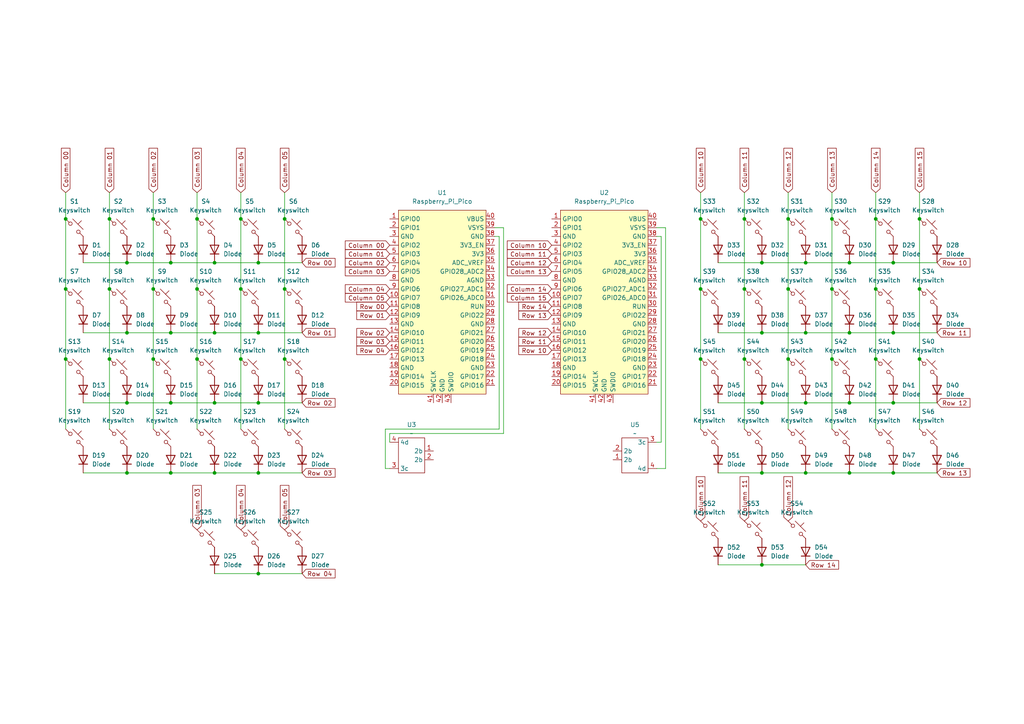
<source format=kicad_sch>
(kicad_sch (version 20231120) (generator "eeschema") (generator_version "8.0")
  (paper "A4")
  (junction (at 44.45 83.82))
  (junction (at 57.15 83.82))
  (junction (at 233.68 96.52))
  (junction (at 233.68 76.2))
  (junction (at 259.08 116.84))
  (junction (at 241.3 63.5))
  (junction (at 233.68 116.84))
  (junction (at 49.53 76.2))
  (junction (at 74.93 96.52))
  (junction (at 220.98 116.84))
  (junction (at 57.15 63.5))
  (junction (at 82.55 83.82))
  (junction (at 246.38 76.2))
  (junction (at 246.38 116.84))
  (junction (at 228.6 104.14))
  (junction (at 31.75 83.82))
  (junction (at 19.05 63.5))
  (junction (at 62.23 116.84))
  (junction (at 36.83 96.52))
  (junction (at 44.45 104.14))
  (junction (at 259.08 96.52))
  (junction (at 259.08 137.16))
  (junction (at 266.7 63.5))
  (junction (at 31.75 63.5))
  (junction (at 220.98 76.2))
  (junction (at 57.15 104.14))
  (junction (at 246.38 96.52))
  (junction (at 203.2 83.82))
  (junction (at 241.3 104.14))
  (junction (at 74.93 76.2))
  (junction (at 19.05 83.82))
  (junction (at 254 63.5))
  (junction (at 69.85 63.5))
  (junction (at 220.98 96.52))
  (junction (at 259.08 76.2))
  (junction (at 19.05 104.14))
  (junction (at 36.83 76.2))
  (junction (at 31.75 104.14))
  (junction (at 228.6 83.82))
  (junction (at 203.2 104.14))
  (junction (at 69.85 104.14))
  (junction (at 203.2 63.5))
  (junction (at 246.38 137.16))
  (junction (at 69.85 83.82))
  (junction (at 254 83.82))
  (junction (at 62.23 137.16))
  (junction (at 220.98 137.16))
  (junction (at 215.9 63.5))
  (junction (at 36.83 116.84))
  (junction (at 220.98 163.83))
  (junction (at 215.9 104.14))
  (junction (at 233.68 137.16))
  (junction (at 44.45 63.5))
  (junction (at 62.23 76.2))
  (junction (at 266.7 83.82))
  (junction (at 254 104.14))
  (junction (at 82.55 63.5))
  (junction (at 49.53 96.52))
  (junction (at 228.6 63.5))
  (junction (at 62.23 96.52))
  (junction (at 49.53 116.84))
  (junction (at 74.93 116.84))
  (junction (at 241.3 83.82))
  (junction (at 82.55 104.14))
  (junction (at 36.83 137.16))
  (junction (at 49.53 137.16))
  (junction (at 74.93 137.16))
  (junction (at 215.9 83.82))
  (junction (at 266.7 104.14))
  (junction (at 74.93 166.37))
  (wire (pts (xy 220.98 137.16) (xy 233.68 137.16)))
  (wire (pts (xy 254 55.88) (xy 254 63.5)))
  (wire (pts (xy 241.3 83.82) (xy 241.3 104.14)))
  (wire (pts (xy 82.55 83.82) (xy 82.55 104.14)))
  (wire (pts (xy 44.45 104.14) (xy 44.45 124.46)))
  (wire (pts (xy 36.83 76.2) (xy 49.53 76.2)))
  (wire (pts (xy 36.83 137.16) (xy 49.53 137.16)))
  (wire (pts (xy 36.83 116.84) (xy 49.53 116.84)))
  (wire (pts (xy 208.28 76.2) (xy 220.98 76.2)))
  (wire (pts (xy 74.93 166.37) (xy 87.63 166.37)))
  (wire (pts (xy 31.75 55.88) (xy 31.75 63.5)))
  (wire (pts (xy 143.51 68.58) (xy 144.78 68.58)))
  (wire (pts (xy 259.08 137.16) (xy 271.78 137.16)))
  (wire (pts (xy 215.9 83.82) (xy 215.9 104.14)))
  (wire (pts (xy 44.45 83.82) (xy 44.45 104.14)))
  (wire (pts (xy 36.83 96.52) (xy 49.53 96.52)))
  (wire (pts (xy 266.7 63.5) (xy 266.7 83.82)))
  (wire (pts (xy 31.75 83.82) (xy 31.75 104.14)))
  (wire (pts (xy 44.45 63.5) (xy 44.45 83.82)))
  (wire (pts (xy 19.05 55.88) (xy 19.05 63.5)))
  (wire (pts (xy 24.13 76.2) (xy 36.83 76.2)))
  (wire (pts (xy 241.3 104.14) (xy 241.3 124.46)))
  (wire (pts (xy 24.13 96.52) (xy 36.83 96.52)))
  (wire (pts (xy 74.93 96.52) (xy 87.63 96.52)))
  (wire (pts (xy 220.98 163.83) (xy 233.68 163.83)))
  (wire (pts (xy 233.68 116.84) (xy 246.38 116.84)))
  (wire (pts (xy 44.45 55.88) (xy 44.45 63.5)))
  (wire (pts (xy 246.38 116.84) (xy 259.08 116.84)))
  (wire (pts (xy 191.77 68.58) (xy 190.5 68.58)))
  (wire (pts (xy 57.15 55.88) (xy 57.15 63.5)))
  (wire (pts (xy 266.7 55.88) (xy 266.7 63.5)))
  (wire (pts (xy 144.78 124.46) (xy 111.76 124.46)))
  (wire (pts (xy 24.13 137.16) (xy 36.83 137.16)))
  (wire (pts (xy 193.04 135.89) (xy 190.5 135.89)))
  (wire (pts (xy 220.98 116.84) (xy 233.68 116.84)))
  (wire (pts (xy 57.15 104.14) (xy 57.15 124.46)))
  (wire (pts (xy 203.2 104.14) (xy 203.2 124.46)))
  (wire (pts (xy 193.04 66.04) (xy 193.04 135.89)))
  (wire (pts (xy 31.75 104.14) (xy 31.75 124.46)))
  (wire (pts (xy 215.9 55.88) (xy 215.9 63.5)))
  (wire (pts (xy 82.55 55.88) (xy 82.55 63.5)))
  (wire (pts (xy 208.28 137.16) (xy 220.98 137.16)))
  (wire (pts (xy 259.08 76.2) (xy 271.78 76.2)))
  (wire (pts (xy 144.78 68.58) (xy 144.78 124.46)))
  (wire (pts (xy 215.9 104.14) (xy 215.9 124.46)))
  (wire (pts (xy 220.98 96.52) (xy 233.68 96.52)))
  (wire (pts (xy 62.23 76.2) (xy 74.93 76.2)))
  (wire (pts (xy 69.85 63.5) (xy 69.85 83.82)))
  (wire (pts (xy 69.85 104.14) (xy 69.85 124.46)))
  (wire (pts (xy 146.05 125.73) (xy 113.03 125.73)))
  (wire (pts (xy 62.23 166.37) (xy 74.93 166.37)))
  (wire (pts (xy 82.55 63.5) (xy 82.55 83.82)))
  (wire (pts (xy 220.98 76.2) (xy 233.68 76.2)))
  (wire (pts (xy 203.2 63.5) (xy 203.2 83.82)))
  (wire (pts (xy 190.5 66.04) (xy 193.04 66.04)))
  (wire (pts (xy 69.85 83.82) (xy 69.85 104.14)))
  (wire (pts (xy 49.53 96.52) (xy 62.23 96.52)))
  (wire (pts (xy 246.38 76.2) (xy 259.08 76.2)))
  (wire (pts (xy 191.77 128.27) (xy 191.77 68.58)))
  (wire (pts (xy 62.23 96.52) (xy 74.93 96.52)))
  (wire (pts (xy 49.53 137.16) (xy 62.23 137.16)))
  (wire (pts (xy 233.68 76.2) (xy 246.38 76.2)))
  (wire (pts (xy 19.05 83.82) (xy 19.05 104.14)))
  (wire (pts (xy 62.23 116.84) (xy 74.93 116.84)))
  (wire (pts (xy 233.68 137.16) (xy 246.38 137.16)))
  (wire (pts (xy 215.9 63.5) (xy 215.9 83.82)))
  (wire (pts (xy 31.75 63.5) (xy 31.75 83.82)))
  (wire (pts (xy 74.93 137.16) (xy 87.63 137.16)))
  (wire (pts (xy 208.28 116.84) (xy 220.98 116.84)))
  (wire (pts (xy 19.05 63.5) (xy 19.05 83.82)))
  (wire (pts (xy 246.38 96.52) (xy 259.08 96.52)))
  (wire (pts (xy 49.53 116.84) (xy 62.23 116.84)))
  (wire (pts (xy 254 104.14) (xy 254 124.46)))
  (wire (pts (xy 259.08 116.84) (xy 271.78 116.84)))
  (wire (pts (xy 254 83.82) (xy 254 104.14)))
  (wire (pts (xy 19.05 104.14) (xy 19.05 124.46)))
  (wire (pts (xy 82.55 104.14) (xy 82.55 124.46)))
  (wire (pts (xy 259.08 96.52) (xy 271.78 96.52)))
  (wire (pts (xy 24.13 116.84) (xy 36.83 116.84)))
  (wire (pts (xy 74.93 76.2) (xy 87.63 76.2)))
  (wire (pts (xy 228.6 63.5) (xy 228.6 83.82)))
  (wire (pts (xy 228.6 83.82) (xy 228.6 104.14)))
  (wire (pts (xy 49.53 76.2) (xy 62.23 76.2)))
  (wire (pts (xy 113.03 125.73) (xy 113.03 128.27)))
  (wire (pts (xy 208.28 96.52) (xy 220.98 96.52)))
  (wire (pts (xy 74.93 116.84) (xy 87.63 116.84)))
  (wire (pts (xy 208.28 163.83) (xy 220.98 163.83)))
  (wire (pts (xy 143.51 66.04) (xy 146.05 66.04)))
  (wire (pts (xy 146.05 66.04) (xy 146.05 125.73)))
  (wire (pts (xy 57.15 63.5) (xy 57.15 83.82)))
  (wire (pts (xy 246.38 137.16) (xy 259.08 137.16)))
  (wire (pts (xy 241.3 63.5) (xy 241.3 83.82)))
  (wire (pts (xy 241.3 55.88) (xy 241.3 63.5)))
  (wire (pts (xy 228.6 55.88) (xy 228.6 63.5)))
  (wire (pts (xy 266.7 104.14) (xy 266.7 124.46)))
  (wire (pts (xy 203.2 83.82) (xy 203.2 104.14)))
  (wire (pts (xy 111.76 135.89) (xy 113.03 135.89)))
  (wire (pts (xy 233.68 96.52) (xy 246.38 96.52)))
  (wire (pts (xy 57.15 83.82) (xy 57.15 104.14)))
  (wire (pts (xy 190.5 128.27) (xy 191.77 128.27)))
  (wire (pts (xy 254 63.5) (xy 254 83.82)))
  (wire (pts (xy 69.85 55.88) (xy 69.85 63.5)))
  (wire (pts (xy 62.23 137.16) (xy 74.93 137.16)))
  (wire (pts (xy 203.2 55.88) (xy 203.2 63.5)))
  (wire (pts (xy 266.7 83.82) (xy 266.7 104.14)))
  (wire (pts (xy 228.6 104.14) (xy 228.6 124.46)))
  (wire (pts (xy 111.76 124.46) (xy 111.76 135.89)))
  (global_label "Column 03" (shape input) (at 113.03 78.74 180) (property "Intersheetrefs" "${INTERSHEET_REFS}" (effects (hide yes))))
  (global_label "Row 13" (shape input) (at 271.78 137.16 0) (property "Intersheetrefs" "${INTERSHEET_REFS}" (effects (hide yes))))
  (global_label "Column 05" (shape input) (at 82.55 55.88 90) (property "Intersheetrefs" "${INTERSHEET_REFS}" (effects (hide yes))))
  (global_label "Row 10" (shape input) (at 160.02 101.6 180) (property "Intersheetrefs" "${INTERSHEET_REFS}" (effects (hide yes))))
  (global_label "Row 03" (shape input) (at 113.03 99.06 180) (property "Intersheetrefs" "${INTERSHEET_REFS}" (effects (hide yes))))
  (global_label "Row 04" (shape input) (at 87.63 166.37 0) (property "Intersheetrefs" "${INTERSHEET_REFS}" (effects (hide yes))))
  (global_label "Column 02" (shape input) (at 113.03 76.2 180) (property "Intersheetrefs" "${INTERSHEET_REFS}" (effects (hide yes))))
  (global_label "Row 02" (shape input) (at 113.03 96.52 180) (property "Intersheetrefs" "${INTERSHEET_REFS}" (effects (hide yes))))
  (global_label "Column 11" (shape input) (at 215.9 55.88 90) (property "Intersheetrefs" "${INTERSHEET_REFS}" (effects (hide yes))))
  (global_label "Column 11" (shape input) (at 160.02 73.66 180) (property "Intersheetrefs" "${INTERSHEET_REFS}" (effects (hide yes))))
  (global_label "Column 04" (shape input) (at 113.03 83.82 180) (property "Intersheetrefs" "${INTERSHEET_REFS}" (effects (hide yes))))
  (global_label "Column 10" (shape input) (at 160.02 71.12 180) (property "Intersheetrefs" "${INTERSHEET_REFS}" (effects (hide yes))))
  (global_label "Row 11" (shape input) (at 271.78 96.52 0) (property "Intersheetrefs" "${INTERSHEET_REFS}" (effects (hide yes))))
  (global_label "Column 03" (shape input) (at 57.15 153.67 90) (property "Intersheetrefs" "${INTERSHEET_REFS}" (effects (hide yes))))
  (global_label "Row 02" (shape input) (at 87.63 116.84 0) (property "Intersheetrefs" "${INTERSHEET_REFS}" (effects (hide yes))))
  (global_label "Column 10" (shape input) (at 203.2 55.88 90) (property "Intersheetrefs" "${INTERSHEET_REFS}" (effects (hide yes))))
  (global_label "Row 00" (shape input) (at 113.03 88.9 180) (property "Intersheetrefs" "${INTERSHEET_REFS}" (effects (hide yes))))
  (global_label "Row 13" (shape input) (at 160.02 91.44 180) (property "Intersheetrefs" "${INTERSHEET_REFS}" (effects (hide yes))))
  (global_label "Column 00" (shape input) (at 113.03 71.12 180) (property "Intersheetrefs" "${INTERSHEET_REFS}" (effects (hide yes))))
  (global_label "Column 15" (shape input) (at 160.02 86.36 180) (property "Intersheetrefs" "${INTERSHEET_REFS}" (effects (hide yes))))
  (global_label "Column 02" (shape input) (at 44.45 55.88 90) (property "Intersheetrefs" "${INTERSHEET_REFS}" (effects (hide yes))))
  (global_label "Row 11" (shape input) (at 160.02 99.06 180) (property "Intersheetrefs" "${INTERSHEET_REFS}" (effects (hide yes))))
  (global_label "Column 05" (shape input) (at 113.03 86.36 180) (property "Intersheetrefs" "${INTERSHEET_REFS}" (effects (hide yes))))
  (global_label "Column 04" (shape input) (at 69.85 55.88 90) (property "Intersheetrefs" "${INTERSHEET_REFS}" (effects (hide yes))))
  (global_label "Column 05" (shape input) (at 82.55 153.67 90) (property "Intersheetrefs" "${INTERSHEET_REFS}" (effects (hide yes))))
  (global_label "Column 00" (shape input) (at 19.05 55.88 90) (property "Intersheetrefs" "${INTERSHEET_REFS}" (effects (hide yes))))
  (global_label "Column 10" (shape input) (at 203.2 151.13 90) (property "Intersheetrefs" "${INTERSHEET_REFS}" (effects (hide yes))))
  (global_label "Column 15" (shape input) (at 266.7 55.88 90) (property "Intersheetrefs" "${INTERSHEET_REFS}" (effects (hide yes))))
  (global_label "Row 10" (shape input) (at 271.78 76.2 0) (property "Intersheetrefs" "${INTERSHEET_REFS}" (effects (hide yes))))
  (global_label "Row 00" (shape input) (at 87.63 76.2 0) (property "Intersheetrefs" "${INTERSHEET_REFS}" (effects (hide yes))))
  (global_label "Row 01" (shape input) (at 113.03 91.44 180) (property "Intersheetrefs" "${INTERSHEET_REFS}" (effects (hide yes))))
  (global_label "Column 13" (shape input) (at 241.3 55.88 90) (property "Intersheetrefs" "${INTERSHEET_REFS}" (effects (hide yes))))
  (global_label "Column 11" (shape input) (at 215.9 151.13 90) (property "Intersheetrefs" "${INTERSHEET_REFS}" (effects (hide yes))))
  (global_label "Column 03" (shape input) (at 57.15 55.88 90) (property "Intersheetrefs" "${INTERSHEET_REFS}" (effects (hide yes))))
  (global_label "Column 12" (shape input) (at 228.6 55.88 90) (property "Intersheetrefs" "${INTERSHEET_REFS}" (effects (hide yes))))
  (global_label "Row 12" (shape input) (at 160.02 96.52 180) (property "Intersheetrefs" "${INTERSHEET_REFS}" (effects (hide yes))))
  (global_label "Column 14" (shape input) (at 160.02 83.82 180) (property "Intersheetrefs" "${INTERSHEET_REFS}" (effects (hide yes))))
  (global_label "Row 03" (shape input) (at 87.63 137.16 0) (property "Intersheetrefs" "${INTERSHEET_REFS}" (effects (hide yes))))
  (global_label "Row 14" (shape input) (at 160.02 88.9 180) (property "Intersheetrefs" "${INTERSHEET_REFS}" (effects (hide yes))))
  (global_label "Column 04" (shape input) (at 69.85 153.67 90) (property "Intersheetrefs" "${INTERSHEET_REFS}" (effects (hide yes))))
  (global_label "Row 04" (shape input) (at 113.03 101.6 180) (property "Intersheetrefs" "${INTERSHEET_REFS}" (effects (hide yes))))
  (global_label "Column 01" (shape input) (at 113.03 73.66 180) (property "Intersheetrefs" "${INTERSHEET_REFS}" (effects (hide yes))))
  (global_label "Row 12" (shape input) (at 271.78 116.84 0) (property "Intersheetrefs" "${INTERSHEET_REFS}" (effects (hide yes))))
  (global_label "Column 14" (shape input) (at 254 55.88 90) (property "Intersheetrefs" "${INTERSHEET_REFS}" (effects (hide yes))))
  (global_label "Row 01" (shape input) (at 87.63 96.52 0) (property "Intersheetrefs" "${INTERSHEET_REFS}" (effects (hide yes))))
  (global_label "Row 14" (shape input) (at 233.68 163.83 0) (property "Intersheetrefs" "${INTERSHEET_REFS}" (effects (hide yes))))
  (global_label "Column 13" (shape input) (at 160.02 78.74 180) (property "Intersheetrefs" "${INTERSHEET_REFS}" (effects (hide yes))))
  (global_label "Column 01" (shape input) (at 31.75 55.88 90) (property "Intersheetrefs" "${INTERSHEET_REFS}" (effects (hide yes))))
  (global_label "Column 12" (shape input) (at 228.6 151.13 90) (property "Intersheetrefs" "${INTERSHEET_REFS}" (effects (hide yes))))
  (global_label "Column 12" (shape input) (at 160.02 76.2 180) (property "Intersheetrefs" "${INTERSHEET_REFS}" (effects (hide yes))))
  (symbol (lib_id "ScottoKeebs:Placeholder_Diode") (at 62.23 113.03 90) (unit 1)
    (property "Reference" "D16" (at 64.77 111.7599 90) (effects (justify right)))
    (property "Value" "Diode" (at 64.77 114.2999 90) (effects (justify right)))
    (property "Footprint" "ScottoKeebs_Components:Diode_DO-35" (effects (hide yes)))
    (property "Description" "1N4148 (DO-35) or 1N4148W (SOD-123)" (effects (hide yes)))
    (property "Sim.Device" "D" (effects (hide yes)))
    (property "Sim.Pins" "1=K 2=A" (effects (hide yes)))
  )
  (symbol (lib_id "ScottoKeebs:Placeholder_Keyswitch") (at 21.59 127 0) (unit 1)
    (property "Reference" "S19" (at 21.59 119.38 0))
    (property "Value" "Keyswitch" (at 21.59 121.92 0))
    (property "Footprint" "ScottoKeebs_Choc:Choc_V1_1.00u" (effects (hide yes)))
    (property "Description" "Push button switch, normally open, two pins, 45° tilted" (effects (hide yes)))
  )
  (symbol (lib_id "ScottoKeebs:Placeholder_Diode") (at 246.38 133.35 90) (unit 1)
    (property "Reference" "D48" (at 248.92 132.0799 90) (effects (justify right)))
    (property "Value" "Diode" (at 248.92 134.6199 90) (effects (justify right)))
    (property "Footprint" "ScottoKeebs_Components:Diode_DO-35" (effects (hide yes)))
    (property "Description" "1N4148 (DO-35) or 1N4148W (SOD-123)" (effects (hide yes)))
    (property "Sim.Device" "D" (effects (hide yes)))
    (property "Sim.Pins" "1=K 2=A" (effects (hide yes)))
  )
  (symbol (lib_id "ScottoKeebs:Placeholder_Diode") (at 74.93 113.03 90) (unit 1)
    (property "Reference" "D17" (at 77.47 111.7599 90) (effects (justify right)))
    (property "Value" "Diode" (at 77.47 114.2999 90) (effects (justify right)))
    (property "Footprint" "ScottoKeebs_Components:Diode_DO-35" (effects (hide yes)))
    (property "Description" "1N4148 (DO-35) or 1N4148W (SOD-123)" (effects (hide yes)))
    (property "Sim.Device" "D" (effects (hide yes)))
    (property "Sim.Pins" "1=K 2=A" (effects (hide yes)))
  )
  (symbol (lib_id "ScottoKeebs:Placeholder_Diode") (at 24.13 113.03 90) (unit 1)
    (property "Reference" "D13" (at 26.67 111.7599 90) (effects (justify right)))
    (property "Value" "Diode" (at 26.67 114.2999 90) (effects (justify right)))
    (property "Footprint" "ScottoKeebs_Components:Diode_DO-35" (effects (hide yes)))
    (property "Description" "1N4148 (DO-35) or 1N4148W (SOD-123)" (effects (hide yes)))
    (property "Sim.Device" "D" (effects (hide yes)))
    (property "Sim.Pins" "1=K 2=A" (effects (hide yes)))
  )
  (symbol (lib_id "ScottoKeebs:Placeholder_Keyswitch") (at 269.24 66.04 0) (unit 1)
    (property "Reference" "S28" (at 269.24 58.42 0))
    (property "Value" "Keyswitch" (at 269.24 60.96 0))
    (property "Footprint" "ScottoKeebs_Choc:Choc_V1_1.00u" (effects (hide yes)))
    (property "Description" "Push button switch, normally open, two pins, 45° tilted" (effects (hide yes)))
  )
  (symbol (lib_id "ScottoKeebs:Placeholder_Diode") (at 233.68 160.02 90) (unit 1)
    (property "Reference" "D54" (at 236.22 158.7499 90) (effects (justify right)))
    (property "Value" "Diode" (at 236.22 161.2899 90) (effects (justify right)))
    (property "Footprint" "ScottoKeebs_Components:Diode_DO-35" (effects (hide yes)))
    (property "Description" "1N4148 (DO-35) or 1N4148W (SOD-123)" (effects (hide yes)))
    (property "Sim.Device" "D" (effects (hide yes)))
    (property "Sim.Pins" "1=K 2=A" (effects (hide yes)))
  )
  (symbol (lib_id "ScottoKeebs:Placeholder_Keyswitch") (at 256.54 127 0) (unit 1)
    (property "Reference" "S47" (at 256.54 119.38 0))
    (property "Value" "Keyswitch" (at 256.54 121.92 0))
    (property "Footprint" "ScottoKeebs_Choc:Choc_V1_1.00u" (effects (hide yes)))
    (property "Description" "Push button switch, normally open, two pins, 45° tilted" (effects (hide yes)))
  )
  (symbol (lib_id "ScottoKeebs:Placeholder_Diode") (at 24.13 72.39 90) (unit 1)
    (property "Reference" "D1" (at 26.67 71.1199 90) (effects (justify right)))
    (property "Value" "Diode" (at 26.67 73.6599 90) (effects (justify right)))
    (property "Footprint" "ScottoKeebs_Components:Diode_DO-35" (effects (hide yes)))
    (property "Description" "1N4148 (DO-35) or 1N4148W (SOD-123)" (effects (hide yes)))
    (property "Sim.Device" "D" (effects (hide yes)))
    (property "Sim.Pins" "1=K 2=A" (effects (hide yes)))
  )
  (symbol (lib_id "ScottoKeebs:Placeholder_Diode") (at 49.53 113.03 90) (unit 1)
    (property "Reference" "D15" (at 52.07 111.7599 90) (effects (justify right)))
    (property "Value" "Diode" (at 52.07 114.2999 90) (effects (justify right)))
    (property "Footprint" "ScottoKeebs_Components:Diode_DO-35" (effects (hide yes)))
    (property "Description" "1N4148 (DO-35) or 1N4148W (SOD-123)" (effects (hide yes)))
    (property "Sim.Device" "D" (effects (hide yes)))
    (property "Sim.Pins" "1=K 2=A" (effects (hide yes)))
  )
  (symbol (lib_id "ScottoKeebs:Placeholder_Diode") (at 271.78 92.71 90) (unit 1)
    (property "Reference" "D34" (at 274.32 91.4399 90) (effects (justify right)))
    (property "Value" "Diode" (at 274.32 93.9799 90) (effects (justify right)))
    (property "Footprint" "ScottoKeebs_Components:Diode_DO-35" (effects (hide yes)))
    (property "Description" "1N4148 (DO-35) or 1N4148W (SOD-123)" (effects (hide yes)))
    (property "Sim.Device" "D" (effects (hide yes)))
    (property "Sim.Pins" "1=K 2=A" (effects (hide yes)))
  )
  (symbol (lib_id "ScottoKeebs:Placeholder_Keyswitch") (at 231.14 127 0) (unit 1)
    (property "Reference" "S49" (at 231.14 119.38 0))
    (property "Value" "Keyswitch" (at 231.14 121.92 0))
    (property "Footprint" "ScottoKeebs_Choc:Choc_V1_1.00u" (effects (hide yes)))
    (property "Description" "Push button switch, normally open, two pins, 45° tilted" (effects (hide yes)))
  )
  (symbol (lib_id "ScottoKeebs:MCU_Raspberry_Pi_Pico") (at 175.26 87.63 0) (unit 1)
    (property "Reference" "U2" (at 175.26 55.88 0))
    (property "Value" "Raspberry_Pi_Pico" (at 175.26 58.42 0))
    (property "Footprint" "ScottoKeebs_MCU:Raspberry_Pi_Pico" (effects (hide yes)))
  )
  (symbol (lib_id "ScottoKeebs:Placeholder_Keyswitch") (at 205.74 106.68 0) (unit 1)
    (property "Reference" "S45" (at 205.74 99.06 0))
    (property "Value" "Keyswitch" (at 205.74 101.6 0))
    (property "Footprint" "ScottoKeebs_Choc:Choc_V1_1.00u" (effects (hide yes)))
    (property "Description" "Push button switch, normally open, two pins, 45° tilted" (effects (hide yes)))
  )
  (symbol (lib_id "ScottoKeebs:Placeholder_Diode") (at 208.28 113.03 90) (unit 1)
    (property "Reference" "D45" (at 210.82 111.7599 90) (effects (justify right)))
    (property "Value" "Diode" (at 210.82 114.2999 90) (effects (justify right)))
    (property "Footprint" "ScottoKeebs_Components:Diode_DO-35" (effects (hide yes)))
    (property "Description" "1N4148 (DO-35) or 1N4148W (SOD-123)" (effects (hide yes)))
    (property "Sim.Device" "D" (effects (hide yes)))
    (property "Sim.Pins" "1=K 2=A" (effects (hide yes)))
  )
  (symbol (lib_id "ScottoKeebs:Placeholder_Diode") (at 24.13 92.71 90) (unit 1)
    (property "Reference" "D7" (at 26.67 91.4399 90) (effects (justify right)))
    (property "Value" "Diode" (at 26.67 93.9799 90) (effects (justify right)))
    (property "Footprint" "ScottoKeebs_Components:Diode_DO-35" (effects (hide yes)))
    (property "Description" "1N4148 (DO-35) or 1N4148W (SOD-123)" (effects (hide yes)))
    (property "Sim.Device" "D" (effects (hide yes)))
    (property "Sim.Pins" "1=K 2=A" (effects (hide yes)))
  )
  (symbol (lib_id "ScottoKeebs:Placeholder_Keyswitch") (at 21.59 66.04 0) (unit 1)
    (property "Reference" "S1" (at 21.59 58.42 0))
    (property "Value" "Keyswitch" (at 21.59 60.96 0))
    (property "Footprint" "ScottoKeebs_Choc:Choc_V1_1.00u" (effects (hide yes)))
    (property "Description" "Push button switch, normally open, two pins, 45° tilted" (effects (hide yes)))
  )
  (symbol (lib_id "ScottoKeebs:Placeholder_Keyswitch") (at 218.44 86.36 0) (unit 1)
    (property "Reference" "S38" (at 218.44 78.74 0))
    (property "Value" "Keyswitch" (at 218.44 81.28 0))
    (property "Footprint" "ScottoKeebs_Choc:Choc_V1_1.00u" (effects (hide yes)))
    (property "Description" "Push button switch, normally open, two pins, 45° tilted" (effects (hide yes)))
  )
  (symbol (lib_id "ScottoKeebs:Placeholder_Keyswitch") (at 269.24 86.36 0) (unit 1)
    (property "Reference" "S34" (at 269.24 78.74 0))
    (property "Value" "Keyswitch" (at 269.24 81.28 0))
    (property "Footprint" "ScottoKeebs_Choc:Choc_V1_1.00u" (effects (hide yes)))
    (property "Description" "Push button switch, normally open, two pins, 45° tilted" (effects (hide yes)))
  )
  (symbol (lib_id "ScottoKeebs:Placeholder_Diode") (at 62.23 162.56 90) (unit 1)
    (property "Reference" "D25" (at 64.77 161.2899 90) (effects (justify right)))
    (property "Value" "Diode" (at 64.77 163.8299 90) (effects (justify right)))
    (property "Footprint" "ScottoKeebs_Components:Diode_DO-35" (effects (hide yes)))
    (property "Description" "1N4148 (DO-35) or 1N4148W (SOD-123)" (effects (hide yes)))
    (property "Sim.Device" "D" (effects (hide yes)))
    (property "Sim.Pins" "1=K 2=A" (effects (hide yes)))
  )
  (symbol (lib_id "ScottoKeebs:Placeholder_Diode") (at 220.98 113.03 90) (unit 1)
    (property "Reference" "D44" (at 223.52 111.7599 90) (effects (justify right)))
    (property "Value" "Diode" (at 223.52 114.2999 90) (effects (justify right)))
    (property "Footprint" "ScottoKeebs_Components:Diode_DO-35" (effects (hide yes)))
    (property "Description" "1N4148 (DO-35) or 1N4148W (SOD-123)" (effects (hide yes)))
    (property "Sim.Device" "D" (effects (hide yes)))
    (property "Sim.Pins" "1=K 2=A" (effects (hide yes)))
  )
  (symbol (lib_id "ScottoKeebs:Placeholder_Diode") (at 220.98 160.02 90) (unit 1)
    (property "Reference" "D53" (at 223.52 158.7499 90) (effects (justify right)))
    (property "Value" "Diode" (at 223.52 161.2899 90) (effects (justify right)))
    (property "Footprint" "ScottoKeebs_Components:Diode_DO-35" (effects (hide yes)))
    (property "Description" "1N4148 (DO-35) or 1N4148W (SOD-123)" (effects (hide yes)))
    (property "Sim.Device" "D" (effects (hide yes)))
    (property "Sim.Pins" "1=K 2=A" (effects (hide yes)))
  )
  (symbol (lib_id "ScottoKeebs:Placeholder_Keyswitch") (at 243.84 66.04 0) (unit 1)
    (property "Reference" "S30" (at 243.84 58.42 0))
    (property "Value" "Keyswitch" (at 243.84 60.96 0))
    (property "Footprint" "ScottoKeebs_Choc:Choc_V1_1.00u" (effects (hide yes)))
    (property "Description" "Push button switch, normally open, two pins, 45° tilted" (effects (hide yes)))
  )
  (symbol (lib_id "ScottoKeebs:Placeholder_Keyswitch") (at 72.39 86.36 0) (unit 1)
    (property "Reference" "S11" (at 72.39 78.74 0))
    (property "Value" "Keyswitch" (at 72.39 81.28 0))
    (property "Footprint" "ScottoKeebs_Choc:Choc_V1_1.00u" (effects (hide yes)))
    (property "Description" "Push button switch, normally open, two pins, 45° tilted" (effects (hide yes)))
  )
  (symbol (lib_id "ScottoKeebs:Placeholder_Diode") (at 36.83 72.39 90) (unit 1)
    (property "Reference" "D2" (at 39.37 71.1199 90) (effects (justify right)))
    (property "Value" "Diode" (at 39.37 73.6599 90) (effects (justify right)))
    (property "Footprint" "ScottoKeebs_Components:Diode_DO-35" (effects (hide yes)))
    (property "Description" "1N4148 (DO-35) or 1N4148W (SOD-123)" (effects (hide yes)))
    (property "Sim.Device" "D" (effects (hide yes)))
    (property "Sim.Pins" "1=K 2=A" (effects (hide yes)))
  )
  (symbol (lib_name "Lumberg_1503_29_Klinken-Einbaubuchse_1") (lib_id "flosLibrary:Lumberg_1503_29_Klinken-Einbaubuchse") (at 119.38 132.08 180) (unit 1)
    (property "Reference" "U3" (at 119.38 123.19 0))
    (property "Value" "~" (at 119.38 125.73 0))
    (property "Footprint" "flosLibrary:Lumberg 1503 29 Klinken-Einbaubuchse" (effects (hide yes)))
  )
  (symbol (lib_id "ScottoKeebs:Placeholder_Keyswitch") (at 231.14 106.68 0) (unit 1)
    (property "Reference" "S43" (at 231.14 99.06 0))
    (property "Value" "Keyswitch" (at 231.14 101.6 0))
    (property "Footprint" "ScottoKeebs_Choc:Choc_V1_1.00u" (effects (hide yes)))
    (property "Description" "Push button switch, normally open, two pins, 45° tilted" (effects (hide yes)))
  )
  (symbol (lib_id "ScottoKeebs:Placeholder_Diode") (at 271.78 72.39 90) (unit 1)
    (property "Reference" "D28" (at 274.32 71.1199 90) (effects (justify right)))
    (property "Value" "Diode" (at 274.32 73.6599 90) (effects (justify right)))
    (property "Footprint" "ScottoKeebs_Components:Diode_DO-35" (effects (hide yes)))
    (property "Description" "1N4148 (DO-35) or 1N4148W (SOD-123)" (effects (hide yes)))
    (property "Sim.Device" "D" (effects (hide yes)))
    (property "Sim.Pins" "1=K 2=A" (effects (hide yes)))
  )
  (symbol (lib_id "ScottoKeebs:Placeholder_Keyswitch") (at 231.14 66.04 0) (unit 1)
    (property "Reference" "S31" (at 231.14 58.42 0))
    (property "Value" "Keyswitch" (at 231.14 60.96 0))
    (property "Footprint" "ScottoKeebs_Choc:Choc_V1_1.00u" (effects (hide yes)))
    (property "Description" "Push button switch, normally open, two pins, 45° tilted" (effects (hide yes)))
  )
  (symbol (lib_id "ScottoKeebs:Placeholder_Diode") (at 233.68 133.35 90) (unit 1)
    (property "Reference" "D49" (at 236.22 132.0799 90) (effects (justify right)))
    (property "Value" "Diode" (at 236.22 134.6199 90) (effects (justify right)))
    (property "Footprint" "ScottoKeebs_Components:Diode_DO-35" (effects (hide yes)))
    (property "Description" "1N4148 (DO-35) or 1N4148W (SOD-123)" (effects (hide yes)))
    (property "Sim.Device" "D" (effects (hide yes)))
    (property "Sim.Pins" "1=K 2=A" (effects (hide yes)))
  )
  (symbol (lib_id "ScottoKeebs:Placeholder_Keyswitch") (at 205.74 66.04 0) (unit 1)
    (property "Reference" "S33" (at 205.74 58.42 0))
    (property "Value" "Keyswitch" (at 205.74 60.96 0))
    (property "Footprint" "ScottoKeebs_Choc:Choc_V1_1.00u" (effects (hide yes)))
    (property "Description" "Push button switch, normally open, two pins, 45° tilted" (effects (hide yes)))
  )
  (symbol (lib_id "ScottoKeebs:Placeholder_Diode") (at 87.63 162.56 90) (unit 1)
    (property "Reference" "D27" (at 90.17 161.2899 90) (effects (justify right)))
    (property "Value" "Diode" (at 90.17 163.8299 90) (effects (justify right)))
    (property "Footprint" "ScottoKeebs_Components:Diode_DO-35" (effects (hide yes)))
    (property "Description" "1N4148 (DO-35) or 1N4148W (SOD-123)" (effects (hide yes)))
    (property "Sim.Device" "D" (effects (hide yes)))
    (property "Sim.Pins" "1=K 2=A" (effects (hide yes)))
  )
  (symbol (lib_id "ScottoKeebs:Placeholder_Keyswitch") (at 243.84 127 0) (unit 1)
    (property "Reference" "S48" (at 243.84 119.38 0))
    (property "Value" "Keyswitch" (at 243.84 121.92 0))
    (property "Footprint" "ScottoKeebs_Choc:Choc_V1_1.00u" (effects (hide yes)))
    (property "Description" "Push button switch, normally open, two pins, 45° tilted" (effects (hide yes)))
  )
  (symbol (lib_id "ScottoKeebs:Placeholder_Diode") (at 208.28 72.39 90) (unit 1)
    (property "Reference" "D33" (at 210.82 71.1199 90) (effects (justify right)))
    (property "Value" "Diode" (at 210.82 73.6599 90) (effects (justify right)))
    (property "Footprint" "ScottoKeebs_Components:Diode_DO-35" (effects (hide yes)))
    (property "Description" "1N4148 (DO-35) or 1N4148W (SOD-123)" (effects (hide yes)))
    (property "Sim.Device" "D" (effects (hide yes)))
    (property "Sim.Pins" "1=K 2=A" (effects (hide yes)))
  )
  (symbol (lib_id "ScottoKeebs:Placeholder_Diode") (at 246.38 113.03 90) (unit 1)
    (property "Reference" "D42" (at 248.92 111.7599 90) (effects (justify right)))
    (property "Value" "Diode" (at 248.92 114.2999 90) (effects (justify right)))
    (property "Footprint" "ScottoKeebs_Components:Diode_DO-35" (effects (hide yes)))
    (property "Description" "1N4148 (DO-35) or 1N4148W (SOD-123)" (effects (hide yes)))
    (property "Sim.Device" "D" (effects (hide yes)))
    (property "Sim.Pins" "1=K 2=A" (effects (hide yes)))
  )
  (symbol (lib_id "ScottoKeebs:Placeholder_Keyswitch") (at 218.44 127 0) (unit 1)
    (property "Reference" "S50" (at 218.44 119.38 0))
    (property "Value" "Keyswitch" (at 218.44 121.92 0))
    (property "Footprint" "ScottoKeebs_Choc:Choc_V1_1.00u" (effects (hide yes)))
    (property "Description" "Push button switch, normally open, two pins, 45° tilted" (effects (hide yes)))
  )
  (symbol (lib_id "ScottoKeebs:Placeholder_Diode") (at 220.98 133.35 90) (unit 1)
    (property "Reference" "D50" (at 223.52 132.0799 90) (effects (justify right)))
    (property "Value" "Diode" (at 223.52 134.6199 90) (effects (justify right)))
    (property "Footprint" "ScottoKeebs_Components:Diode_DO-35" (effects (hide yes)))
    (property "Description" "1N4148 (DO-35) or 1N4148W (SOD-123)" (effects (hide yes)))
    (property "Sim.Device" "D" (effects (hide yes)))
    (property "Sim.Pins" "1=K 2=A" (effects (hide yes)))
  )
  (symbol (lib_id "ScottoKeebs:Placeholder_Keyswitch") (at 85.09 156.21 0) (unit 1)
    (property "Reference" "S27" (at 85.09 148.59 0))
    (property "Value" "Keyswitch" (at 85.09 151.13 0))
    (property "Footprint" "ScottoKeebs_Choc:Choc_V1_1.00u" (effects (hide yes)))
    (property "Description" "Push button switch, normally open, two pins, 45° tilted" (effects (hide yes)))
  )
  (symbol (lib_id "ScottoKeebs:Placeholder_Diode") (at 259.08 113.03 90) (unit 1)
    (property "Reference" "D41" (at 261.62 111.7599 90) (effects (justify right)))
    (property "Value" "Diode" (at 261.62 114.2999 90) (effects (justify right)))
    (property "Footprint" "ScottoKeebs_Components:Diode_DO-35" (effects (hide yes)))
    (property "Description" "1N4148 (DO-35) or 1N4148W (SOD-123)" (effects (hide yes)))
    (property "Sim.Device" "D" (effects (hide yes)))
    (property "Sim.Pins" "1=K 2=A" (effects (hide yes)))
  )
  (symbol (lib_id "ScottoKeebs:Placeholder_Keyswitch") (at 72.39 106.68 0) (unit 1)
    (property "Reference" "S17" (at 72.39 99.06 0))
    (property "Value" "Keyswitch" (at 72.39 101.6 0))
    (property "Footprint" "ScottoKeebs_Choc:Choc_V1_1.00u" (effects (hide yes)))
    (property "Description" "Push button switch, normally open, two pins, 45° tilted" (effects (hide yes)))
  )
  (symbol (lib_id "ScottoKeebs:Placeholder_Diode") (at 233.68 113.03 90) (unit 1)
    (property "Reference" "D43" (at 236.22 111.7599 90) (effects (justify right)))
    (property "Value" "Diode" (at 236.22 114.2999 90) (effects (justify right)))
    (property "Footprint" "ScottoKeebs_Components:Diode_DO-35" (effects (hide yes)))
    (property "Description" "1N4148 (DO-35) or 1N4148W (SOD-123)" (effects (hide yes)))
    (property "Sim.Device" "D" (effects (hide yes)))
    (property "Sim.Pins" "1=K 2=A" (effects (hide yes)))
  )
  (symbol (lib_id "ScottoKeebs:Placeholder_Diode") (at 74.93 133.35 90) (unit 1)
    (property "Reference" "D23" (at 77.47 132.0799 90) (effects (justify right)))
    (property "Value" "Diode" (at 77.47 134.6199 90) (effects (justify right)))
    (property "Footprint" "ScottoKeebs_Components:Diode_DO-35" (effects (hide yes)))
    (property "Description" "1N4148 (DO-35) or 1N4148W (SOD-123)" (effects (hide yes)))
    (property "Sim.Device" "D" (effects (hide yes)))
    (property "Sim.Pins" "1=K 2=A" (effects (hide yes)))
  )
  (symbol (lib_id "ScottoKeebs:Placeholder_Keyswitch") (at 218.44 153.67 0) (unit 1)
    (property "Reference" "S53" (at 218.44 146.05 0))
    (property "Value" "Keyswitch" (at 218.44 148.59 0))
    (property "Footprint" "ScottoKeebs_Choc:Choc_V1_1.00u" (effects (hide yes)))
    (property "Description" "Push button switch, normally open, two pins, 45° tilted" (effects (hide yes)))
  )
  (symbol (lib_id "ScottoKeebs:Placeholder_Keyswitch") (at 34.29 86.36 0) (unit 1)
    (property "Reference" "S8" (at 34.29 78.74 0))
    (property "Value" "Keyswitch" (at 34.29 81.28 0))
    (property "Footprint" "ScottoKeebs_Choc:Choc_V1_1.00u" (effects (hide yes)))
    (property "Description" "Push button switch, normally open, two pins, 45° tilted" (effects (hide yes)))
  )
  (symbol (lib_id "ScottoKeebs:Placeholder_Diode") (at 220.98 92.71 90) (unit 1)
    (property "Reference" "D38" (at 223.52 91.4399 90) (effects (justify right)))
    (property "Value" "Diode" (at 223.52 93.9799 90) (effects (justify right)))
    (property "Footprint" "ScottoKeebs_Components:Diode_DO-35" (effects (hide yes)))
    (property "Description" "1N4148 (DO-35) or 1N4148W (SOD-123)" (effects (hide yes)))
    (property "Sim.Device" "D" (effects (hide yes)))
    (property "Sim.Pins" "1=K 2=A" (effects (hide yes)))
  )
  (symbol (lib_id "ScottoKeebs:Placeholder_Keyswitch") (at 59.69 127 0) (unit 1)
    (property "Reference" "S22" (at 59.69 119.38 0))
    (property "Value" "Keyswitch" (at 59.69 121.92 0))
    (property "Footprint" "ScottoKeebs_Choc:Choc_V1_1.00u" (effects (hide yes)))
    (property "Description" "Push button switch, normally open, two pins, 45° tilted" (effects (hide yes)))
  )
  (symbol (lib_id "ScottoKeebs:Placeholder_Keyswitch") (at 269.24 127 0) (unit 1)
    (property "Reference" "S46" (at 269.24 119.38 0))
    (property "Value" "Keyswitch" (at 269.24 121.92 0))
    (property "Footprint" "ScottoKeebs_Choc:Choc_V1_1.00u" (effects (hide yes)))
    (property "Description" "Push button switch, normally open, two pins, 45° tilted" (effects (hide yes)))
  )
  (symbol (lib_id "ScottoKeebs:Placeholder_Keyswitch") (at 218.44 106.68 0) (unit 1)
    (property "Reference" "S44" (at 218.44 99.06 0))
    (property "Value" "Keyswitch" (at 218.44 101.6 0))
    (property "Footprint" "ScottoKeebs_Choc:Choc_V1_1.00u" (effects (hide yes)))
    (property "Description" "Push button switch, normally open, two pins, 45° tilted" (effects (hide yes)))
  )
  (symbol (lib_id "ScottoKeebs:Placeholder_Keyswitch") (at 85.09 66.04 0) (unit 1)
    (property "Reference" "S6" (at 85.09 58.42 0))
    (property "Value" "Keyswitch" (at 85.09 60.96 0))
    (property "Footprint" "ScottoKeebs_Choc:Choc_V1_1.00u" (effects (hide yes)))
    (property "Description" "Push button switch, normally open, two pins, 45° tilted" (effects (hide yes)))
  )
  (symbol (lib_id "ScottoKeebs:Placeholder_Keyswitch") (at 34.29 106.68 0) (unit 1)
    (property "Reference" "S14" (at 34.29 99.06 0))
    (property "Value" "Keyswitch" (at 34.29 101.6 0))
    (property "Footprint" "ScottoKeebs_Choc:Choc_V1_1.00u" (effects (hide yes)))
    (property "Description" "Push button switch, normally open, two pins, 45° tilted" (effects (hide yes)))
  )
  (symbol (lib_id "ScottoKeebs:Placeholder_Diode") (at 87.63 133.35 90) (unit 1)
    (property "Reference" "D24" (at 90.17 132.0799 90) (effects (justify right)))
    (property "Value" "Diode" (at 90.17 134.6199 90) (effects (justify right)))
    (property "Footprint" "ScottoKeebs_Components:Diode_DO-35" (effects (hide yes)))
    (property "Description" "1N4148 (DO-35) or 1N4148W (SOD-123)" (effects (hide yes)))
    (property "Sim.Device" "D" (effects (hide yes)))
    (property "Sim.Pins" "1=K 2=A" (effects (hide yes)))
  )
  (symbol (lib_id "ScottoKeebs:Placeholder_Diode") (at 24.13 133.35 90) (unit 1)
    (property "Reference" "D19" (at 26.67 132.0799 90) (effects (justify right)))
    (property "Value" "Diode" (at 26.67 134.6199 90) (effects (justify right)))
    (property "Footprint" "ScottoKeebs_Components:Diode_DO-35" (effects (hide yes)))
    (property "Description" "1N4148 (DO-35) or 1N4148W (SOD-123)" (effects (hide yes)))
    (property "Sim.Device" "D" (effects (hide yes)))
    (property "Sim.Pins" "1=K 2=A" (effects (hide yes)))
  )
  (symbol (lib_id "ScottoKeebs:Placeholder_Diode") (at 208.28 92.71 90) (unit 1)
    (property "Reference" "D39" (at 210.82 91.4399 90) (effects (justify right)))
    (property "Value" "Diode" (at 210.82 93.9799 90) (effects (justify right)))
    (property "Footprint" "ScottoKeebs_Components:Diode_DO-35" (effects (hide yes)))
    (property "Description" "1N4148 (DO-35) or 1N4148W (SOD-123)" (effects (hide yes)))
    (property "Sim.Device" "D" (effects (hide yes)))
    (property "Sim.Pins" "1=K 2=A" (effects (hide yes)))
  )
  (symbol (lib_id "ScottoKeebs:Placeholder_Diode") (at 74.93 72.39 90) (unit 1)
    (property "Reference" "D5" (at 77.47 71.1199 90) (effects (justify right)))
    (property "Value" "Diode" (at 77.47 73.6599 90) (effects (justify right)))
    (property "Footprint" "ScottoKeebs_Components:Diode_DO-35" (effects (hide yes)))
    (property "Description" "1N4148 (DO-35) or 1N4148W (SOD-123)" (effects (hide yes)))
    (property "Sim.Device" "D" (effects (hide yes)))
    (property "Sim.Pins" "1=K 2=A" (effects (hide yes)))
  )
  (symbol (lib_id "ScottoKeebs:Placeholder_Diode") (at 36.83 92.71 90) (unit 1)
    (property "Reference" "D8" (at 39.37 91.4399 90) (effects (justify right)))
    (property "Value" "Diode" (at 39.37 93.9799 90) (effects (justify right)))
    (property "Footprint" "ScottoKeebs_Components:Diode_DO-35" (effects (hide yes)))
    (property "Description" "1N4148 (DO-35) or 1N4148W (SOD-123)" (effects (hide yes)))
    (property "Sim.Device" "D" (effects (hide yes)))
    (property "Sim.Pins" "1=K 2=A" (effects (hide yes)))
  )
  (symbol (lib_id "ScottoKeebs:Placeholder_Diode") (at 74.93 162.56 90) (unit 1)
    (property "Reference" "D26" (at 77.47 161.2899 90) (effects (justify right)))
    (property "Value" "Diode" (at 77.47 163.8299 90) (effects (justify right)))
    (property "Footprint" "ScottoKeebs_Components:Diode_DO-35" (effects (hide yes)))
    (property "Description" "1N4148 (DO-35) or 1N4148W (SOD-123)" (effects (hide yes)))
    (property "Sim.Device" "D" (effects (hide yes)))
    (property "Sim.Pins" "1=K 2=A" (effects (hide yes)))
  )
  (symbol (lib_id "ScottoKeebs:Placeholder_Keyswitch") (at 243.84 106.68 0) (unit 1)
    (property "Reference" "S42" (at 243.84 99.06 0))
    (property "Value" "Keyswitch" (at 243.84 101.6 0))
    (property "Footprint" "ScottoKeebs_Choc:Choc_V1_1.00u" (effects (hide yes)))
    (property "Description" "Push button switch, normally open, two pins, 45° tilted" (effects (hide yes)))
  )
  (symbol (lib_id "ScottoKeebs:Placeholder_Keyswitch") (at 72.39 127 0) (unit 1)
    (property "Reference" "S23" (at 72.39 119.38 0))
    (property "Value" "Keyswitch" (at 72.39 121.92 0))
    (property "Footprint" "ScottoKeebs_Choc:Choc_V1_1.00u" (effects (hide yes)))
    (property "Description" "Push button switch, normally open, two pins, 45° tilted" (effects (hide yes)))
  )
  (symbol (lib_id "ScottoKeebs:Placeholder_Keyswitch") (at 231.14 153.67 0) (unit 1)
    (property "Reference" "S54" (at 231.14 146.05 0))
    (property "Value" "Keyswitch" (at 231.14 148.59 0))
    (property "Footprint" "ScottoKeebs_Choc:Choc_V1_1.00u" (effects (hide yes)))
    (property "Description" "Push button switch, normally open, two pins, 45° tilted" (effects (hide yes)))
  )
  (symbol (lib_id "ScottoKeebs:Placeholder_Diode") (at 271.78 133.35 90) (unit 1)
    (property "Reference" "D46" (at 274.32 132.0799 90) (effects (justify right)))
    (property "Value" "Diode" (at 274.32 134.6199 90) (effects (justify right)))
    (property "Footprint" "ScottoKeebs_Components:Diode_DO-35" (effects (hide yes)))
    (property "Description" "1N4148 (DO-35) or 1N4148W (SOD-123)" (effects (hide yes)))
    (property "Sim.Device" "D" (effects (hide yes)))
    (property "Sim.Pins" "1=K 2=A" (effects (hide yes)))
  )
  (symbol (lib_id "ScottoKeebs:Placeholder_Keyswitch") (at 59.69 106.68 0) (unit 1)
    (property "Reference" "S16" (at 59.69 99.06 0))
    (property "Value" "Keyswitch" (at 59.69 101.6 0))
    (property "Footprint" "ScottoKeebs_Choc:Choc_V1_1.00u" (effects (hide yes)))
    (property "Description" "Push button switch, normally open, two pins, 45° tilted" (effects (hide yes)))
  )
  (symbol (lib_id "ScottoKeebs:Placeholder_Keyswitch") (at 218.44 66.04 0) (unit 1)
    (property "Reference" "S32" (at 218.44 58.42 0))
    (property "Value" "Keyswitch" (at 218.44 60.96 0))
    (property "Footprint" "ScottoKeebs_Choc:Choc_V1_1.00u" (effects (hide yes)))
    (property "Description" "Push button switch, normally open, two pins, 45° tilted" (effects (hide yes)))
  )
  (symbol (lib_id "ScottoKeebs:Placeholder_Keyswitch") (at 85.09 106.68 0) (unit 1)
    (property "Reference" "S18" (at 85.09 99.06 0))
    (property "Value" "Keyswitch" (at 85.09 101.6 0))
    (property "Footprint" "ScottoKeebs_Choc:Choc_V1_1.00u" (effects (hide yes)))
    (property "Description" "Push button switch, normally open, two pins, 45° tilted" (effects (hide yes)))
  )
  (symbol (lib_id "ScottoKeebs:Placeholder_Keyswitch") (at 72.39 156.21 0) (unit 1)
    (property "Reference" "S26" (at 72.39 148.59 0))
    (property "Value" "Keyswitch" (at 72.39 151.13 0))
    (property "Footprint" "ScottoKeebs_Choc:Choc_V1_1.00u" (effects (hide yes)))
    (property "Description" "Push button switch, normally open, two pins, 45° tilted" (effects (hide yes)))
  )
  (symbol (lib_id "ScottoKeebs:Placeholder_Diode") (at 62.23 92.71 90) (unit 1)
    (property "Reference" "D10" (at 64.77 91.4399 90) (effects (justify right)))
    (property "Value" "Diode" (at 64.77 93.9799 90) (effects (justify right)))
    (property "Footprint" "ScottoKeebs_Components:Diode_DO-35" (effects (hide yes)))
    (property "Description" "1N4148 (DO-35) or 1N4148W (SOD-123)" (effects (hide yes)))
    (property "Sim.Device" "D" (effects (hide yes)))
    (property "Sim.Pins" "1=K 2=A" (effects (hide yes)))
  )
  (symbol (lib_id "ScottoKeebs:Placeholder_Diode") (at 49.53 133.35 90) (unit 1)
    (property "Reference" "D21" (at 52.07 132.0799 90) (effects (justify right)))
    (property "Value" "Diode" (at 52.07 134.6199 90) (effects (justify right)))
    (property "Footprint" "ScottoKeebs_Components:Diode_DO-35" (effects (hide yes)))
    (property "Description" "1N4148 (DO-35) or 1N4148W (SOD-123)" (effects (hide yes)))
    (property "Sim.Device" "D" (effects (hide yes)))
    (property "Sim.Pins" "1=K 2=A" (effects (hide yes)))
  )
  (symbol (lib_id "ScottoKeebs:Placeholder_Keyswitch") (at 256.54 106.68 0) (unit 1)
    (property "Reference" "S41" (at 256.54 99.06 0))
    (property "Value" "Keyswitch" (at 256.54 101.6 0))
    (property "Footprint" "ScottoKeebs_Choc:Choc_V1_1.00u" (effects (hide yes)))
    (property "Description" "Push button switch, normally open, two pins, 45° tilted" (effects (hide yes)))
  )
  (symbol (lib_id "ScottoKeebs:Placeholder_Diode") (at 259.08 72.39 90) (unit 1)
    (property "Reference" "D29" (at 261.62 71.1199 90) (effects (justify right)))
    (property "Value" "Diode" (at 261.62 73.6599 90) (effects (justify right)))
    (property "Footprint" "ScottoKeebs_Components:Diode_DO-35" (effects (hide yes)))
    (property "Description" "1N4148 (DO-35) or 1N4148W (SOD-123)" (effects (hide yes)))
    (property "Sim.Device" "D" (effects (hide yes)))
    (property "Sim.Pins" "1=K 2=A" (effects (hide yes)))
  )
  (symbol (lib_id "ScottoKeebs:Placeholder_Keyswitch") (at 269.24 106.68 0) (unit 1)
    (property "Reference" "S40" (at 269.24 99.06 0))
    (property "Value" "Keyswitch" (at 269.24 101.6 0))
    (property "Footprint" "ScottoKeebs_Choc:Choc_V1_1.00u" (effects (hide yes)))
    (property "Description" "Push button switch, normally open, two pins, 45° tilted" (effects (hide yes)))
  )
  (symbol (lib_id "ScottoKeebs:Placeholder_Diode") (at 36.83 133.35 90) (unit 1)
    (property "Reference" "D20" (at 39.37 132.0799 90) (effects (justify right)))
    (property "Value" "Diode" (at 39.37 134.6199 90) (effects (justify right)))
    (property "Footprint" "ScottoKeebs_Components:Diode_DO-35" (effects (hide yes)))
    (property "Description" "1N4148 (DO-35) or 1N4148W (SOD-123)" (effects (hide yes)))
    (property "Sim.Device" "D" (effects (hide yes)))
    (property "Sim.Pins" "1=K 2=A" (effects (hide yes)))
  )
  (symbol (lib_id "ScottoKeebs:Placeholder_Keyswitch") (at 85.09 127 0) (unit 1)
    (property "Reference" "S24" (at 85.09 119.38 0))
    (property "Value" "Keyswitch" (at 85.09 121.92 0))
    (property "Footprint" "ScottoKeebs_Choc:Choc_V1_1.00u" (effects (hide yes)))
    (property "Description" "Push button switch, normally open, two pins, 45° tilted" (effects (hide yes)))
  )
  (symbol (lib_id "ScottoKeebs:Placeholder_Keyswitch") (at 205.74 86.36 0) (unit 1)
    (property "Reference" "S39" (at 205.74 78.74 0))
    (property "Value" "Keyswitch" (at 205.74 81.28 0))
    (property "Footprint" "ScottoKeebs_Choc:Choc_V1_1.00u" (effects (hide yes)))
    (property "Description" "Push button switch, normally open, two pins, 45° tilted" (effects (hide yes)))
  )
  (symbol (lib_id "ScottoKeebs:Placeholder_Diode") (at 220.98 72.39 90) (unit 1)
    (property "Reference" "D32" (at 223.52 71.1199 90) (effects (justify right)))
    (property "Value" "Diode" (at 223.52 73.6599 90) (effects (justify right)))
    (property "Footprint" "ScottoKeebs_Components:Diode_DO-35" (effects (hide yes)))
    (property "Description" "1N4148 (DO-35) or 1N4148W (SOD-123)" (effects (hide yes)))
    (property "Sim.Device" "D" (effects (hide yes)))
    (property "Sim.Pins" "1=K 2=A" (effects (hide yes)))
  )
  (symbol (lib_id "ScottoKeebs:Placeholder_Diode") (at 233.68 92.71 90) (unit 1)
    (property "Reference" "D37" (at 236.22 91.4399 90) (effects (justify right)))
    (property "Value" "Diode" (at 236.22 93.9799 90) (effects (justify right)))
    (property "Footprint" "ScottoKeebs_Components:Diode_DO-35" (effects (hide yes)))
    (property "Description" "1N4148 (DO-35) or 1N4148W (SOD-123)" (effects (hide yes)))
    (property "Sim.Device" "D" (effects (hide yes)))
    (property "Sim.Pins" "1=K 2=A" (effects (hide yes)))
  )
  (symbol (lib_id "ScottoKeebs:Placeholder_Keyswitch") (at 59.69 86.36 0) (unit 1)
    (property "Reference" "S10" (at 59.69 78.74 0))
    (property "Value" "Keyswitch" (at 59.69 81.28 0))
    (property "Footprint" "ScottoKeebs_Choc:Choc_V1_1.00u" (effects (hide yes)))
    (property "Description" "Push button switch, normally open, two pins, 45° tilted" (effects (hide yes)))
  )
  (symbol (lib_id "ScottoKeebs:Placeholder_Keyswitch") (at 205.74 127 0) (unit 1)
    (property "Reference" "S51" (at 205.74 119.38 0))
    (property "Value" "Keyswitch" (at 205.74 121.92 0))
    (property "Footprint" "ScottoKeebs_Choc:Choc_V1_1.00u" (effects (hide yes)))
    (property "Description" "Push button switch, normally open, two pins, 45° tilted" (effects (hide yes)))
  )
  (symbol (lib_name "Lumberg_1503_29_Klinken-Einbaubuchse_2") (lib_id "flosLibrary:Lumberg_1503_29_Klinken-Einbaubuchse") (at 184.15 132.08 0) (unit 1)
    (property "Reference" "U5" (at 184.15 123.19 0))
    (property "Value" "~" (at 184.15 125.73 0))
    (property "Footprint" "flosLibrary:Lumberg 1503 29 Klinken-Einbaubuchse" (effects (hide yes)))
  )
  (symbol (lib_id "ScottoKeebs:Placeholder_Diode") (at 49.53 72.39 90) (unit 1)
    (property "Reference" "D3" (at 52.07 71.1199 90) (effects (justify right)))
    (property "Value" "Diode" (at 52.07 73.6599 90) (effects (justify right)))
    (property "Footprint" "ScottoKeebs_Components:Diode_DO-35" (effects (hide yes)))
    (property "Description" "1N4148 (DO-35) or 1N4148W (SOD-123)" (effects (hide yes)))
    (property "Sim.Device" "D" (effects (hide yes)))
    (property "Sim.Pins" "1=K 2=A" (effects (hide yes)))
  )
  (symbol (lib_id "ScottoKeebs:Placeholder_Keyswitch") (at 46.99 66.04 0) (unit 1)
    (property "Reference" "S3" (at 46.99 58.42 0))
    (property "Value" "Keyswitch" (at 46.99 60.96 0))
    (property "Footprint" "ScottoKeebs_Choc:Choc_V1_1.00u" (effects (hide yes)))
    (property "Description" "Push button switch, normally open, two pins, 45° tilted" (effects (hide yes)))
  )
  (symbol (lib_id "ScottoKeebs:Placeholder_Keyswitch") (at 34.29 127 0) (unit 1)
    (property "Reference" "S20" (at 34.29 119.38 0))
    (property "Value" "Keyswitch" (at 34.29 121.92 0))
    (property "Footprint" "ScottoKeebs_Choc:Choc_V1_1.00u" (effects (hide yes)))
    (property "Description" "Push button switch, normally open, two pins, 45° tilted" (effects (hide yes)))
  )
  (symbol (lib_id "ScottoKeebs:Placeholder_Diode") (at 208.28 133.35 90) (unit 1)
    (property "Reference" "D51" (at 210.82 132.0799 90) (effects (justify right)))
    (property "Value" "Diode" (at 210.82 134.6199 90) (effects (justify right)))
    (property "Footprint" "ScottoKeebs_Components:Diode_DO-35" (effects (hide yes)))
    (property "Description" "1N4148 (DO-35) or 1N4148W (SOD-123)" (effects (hide yes)))
    (property "Sim.Device" "D" (effects (hide yes)))
    (property "Sim.Pins" "1=K 2=A" (effects (hide yes)))
  )
  (symbol (lib_id "ScottoKeebs:Placeholder_Keyswitch") (at 85.09 86.36 0) (unit 1)
    (property "Reference" "S12" (at 85.09 78.74 0))
    (property "Value" "Keyswitch" (at 85.09 81.28 0))
    (property "Footprint" "ScottoKeebs_Choc:Choc_V1_1.00u" (effects (hide yes)))
    (property "Description" "Push button switch, normally open, two pins, 45° tilted" (effects (hide yes)))
  )
  (symbol (lib_id "ScottoKeebs:Placeholder_Keyswitch") (at 21.59 86.36 0) (unit 1)
    (property "Reference" "S7" (at 21.59 78.74 0))
    (property "Value" "Keyswitch" (at 21.59 81.28 0))
    (property "Footprint" "ScottoKeebs_Choc:Choc_V1_1.00u" (effects (hide yes)))
    (property "Description" "Push button switch, normally open, two pins, 45° tilted" (effects (hide yes)))
  )
  (symbol (lib_id "ScottoKeebs:Placeholder_Keyswitch") (at 243.84 86.36 0) (unit 1)
    (property "Reference" "S36" (at 243.84 78.74 0))
    (property "Value" "Keyswitch" (at 243.84 81.28 0))
    (property "Footprint" "ScottoKeebs_Choc:Choc_V1_1.00u" (effects (hide yes)))
    (property "Description" "Push button switch, normally open, two pins, 45° tilted" (effects (hide yes)))
  )
  (symbol (lib_id "ScottoKeebs:Placeholder_Keyswitch") (at 256.54 86.36 0) (unit 1)
    (property "Reference" "S35" (at 256.54 78.74 0))
    (property "Value" "Keyswitch" (at 256.54 81.28 0))
    (property "Footprint" "ScottoKeebs_Choc:Choc_V1_1.00u" (effects (hide yes)))
    (property "Description" "Push button switch, normally open, two pins, 45° tilted" (effects (hide yes)))
  )
  (symbol (lib_id "ScottoKeebs:Placeholder_Keyswitch") (at 46.99 127 0) (unit 1)
    (property "Reference" "S21" (at 46.99 119.38 0))
    (property "Value" "Keyswitch" (at 46.99 121.92 0))
    (property "Footprint" "ScottoKeebs_Choc:Choc_V1_1.00u" (effects (hide yes)))
    (property "Description" "Push button switch, normally open, two pins, 45° tilted" (effects (hide yes)))
  )
  (symbol (lib_id "ScottoKeebs:Placeholder_Diode") (at 87.63 92.71 90) (unit 1)
    (property "Reference" "D12" (at 90.17 91.4399 90) (effects (justify right)))
    (property "Value" "Diode" (at 90.17 93.9799 90) (effects (justify right)))
    (property "Footprint" "ScottoKeebs_Components:Diode_DO-35" (effects (hide yes)))
    (property "Description" "1N4148 (DO-35) or 1N4148W (SOD-123)" (effects (hide yes)))
    (property "Sim.Device" "D" (effects (hide yes)))
    (property "Sim.Pins" "1=K 2=A" (effects (hide yes)))
  )
  (symbol (lib_id "ScottoKeebs:Placeholder_Diode") (at 87.63 113.03 90) (unit 1)
    (property "Reference" "D18" (at 90.17 111.7599 90) (effects (justify right)))
    (property "Value" "Diode" (at 90.17 114.2999 90) (effects (justify right)))
    (property "Footprint" "ScottoKeebs_Components:Diode_DO-35" (effects (hide yes)))
    (property "Description" "1N4148 (DO-35) or 1N4148W (SOD-123)" (effects (hide yes)))
    (property "Sim.Device" "D" (effects (hide yes)))
    (property "Sim.Pins" "1=K 2=A" (effects (hide yes)))
  )
  (symbol (lib_id "ScottoKeebs:Placeholder_Diode") (at 246.38 92.71 90) (unit 1)
    (property "Reference" "D36" (at 248.92 91.4399 90) (effects (justify right)))
    (property "Value" "Diode" (at 248.92 93.9799 90) (effects (justify right)))
    (property "Footprint" "ScottoKeebs_Components:Diode_DO-35" (effects (hide yes)))
    (property "Description" "1N4148 (DO-35) or 1N4148W (SOD-123)" (effects (hide yes)))
    (property "Sim.Device" "D" (effects (hide yes)))
    (property "Sim.Pins" "1=K 2=A" (effects (hide yes)))
  )
  (symbol (lib_id "ScottoKeebs:Placeholder_Diode") (at 49.53 92.71 90) (unit 1)
    (property "Reference" "D9" (at 52.07 91.4399 90) (effects (justify right)))
    (property "Value" "Diode" (at 52.07 93.9799 90) (effects (justify right)))
    (property "Footprint" "ScottoKeebs_Components:Diode_DO-35" (effects (hide yes)))
    (property "Description" "1N4148 (DO-35) or 1N4148W (SOD-123)" (effects (hide yes)))
    (property "Sim.Device" "D" (effects (hide yes)))
    (property "Sim.Pins" "1=K 2=A" (effects (hide yes)))
  )
  (symbol (lib_id "ScottoKeebs:Placeholder_Diode") (at 271.78 113.03 90) (unit 1)
    (property "Reference" "D40" (at 274.32 111.7599 90) (effects (justify right)))
    (property "Value" "Diode" (at 274.32 114.2999 90) (effects (justify right)))
    (property "Footprint" "ScottoKeebs_Components:Diode_DO-35" (effects (hide yes)))
    (property "Description" "1N4148 (DO-35) or 1N4148W (SOD-123)" (effects (hide yes)))
    (property "Sim.Device" "D" (effects (hide yes)))
    (property "Sim.Pins" "1=K 2=A" (effects (hide yes)))
  )
  (symbol (lib_id "ScottoKeebs:Placeholder_Diode") (at 246.38 72.39 90) (unit 1)
    (property "Reference" "D30" (at 248.92 71.1199 90) (effects (justify right)))
    (property "Value" "Diode" (at 248.92 73.6599 90) (effects (justify right)))
    (property "Footprint" "ScottoKeebs_Components:Diode_DO-35" (effects (hide yes)))
    (property "Description" "1N4148 (DO-35) or 1N4148W (SOD-123)" (effects (hide yes)))
    (property "Sim.Device" "D" (effects (hide yes)))
    (property "Sim.Pins" "1=K 2=A" (effects (hide yes)))
  )
  (symbol (lib_id "ScottoKeebs:Placeholder_Keyswitch") (at 46.99 106.68 0) (unit 1)
    (property "Reference" "S15" (at 46.99 99.06 0))
    (property "Value" "Keyswitch" (at 46.99 101.6 0))
    (property "Footprint" "ScottoKeebs_Choc:Choc_V1_1.00u" (effects (hide yes)))
    (property "Description" "Push button switch, normally open, two pins, 45° tilted" (effects (hide yes)))
  )
  (symbol (lib_id "ScottoKeebs:Placeholder_Diode") (at 62.23 133.35 90) (unit 1)
    (property "Reference" "D22" (at 64.77 132.0799 90) (effects (justify right)))
    (property "Value" "Diode" (at 64.77 134.6199 90) (effects (justify right)))
    (property "Footprint" "ScottoKeebs_Components:Diode_DO-35" (effects (hide yes)))
    (property "Description" "1N4148 (DO-35) or 1N4148W (SOD-123)" (effects (hide yes)))
    (property "Sim.Device" "D" (effects (hide yes)))
    (property "Sim.Pins" "1=K 2=A" (effects (hide yes)))
  )
  (symbol (lib_id "ScottoKeebs:Placeholder_Keyswitch") (at 21.59 106.68 0) (unit 1)
    (property "Reference" "S13" (at 21.59 99.06 0))
    (property "Value" "Keyswitch" (at 21.59 101.6 0))
    (property "Footprint" "ScottoKeebs_Choc:Choc_V1_1.00u" (effects (hide yes)))
    (property "Description" "Push button switch, normally open, two pins, 45° tilted" (effects (hide yes)))
  )
  (symbol (lib_id "ScottoKeebs:Placeholder_Keyswitch") (at 46.99 86.36 0) (unit 1)
    (property "Reference" "S9" (at 46.99 78.74 0))
    (property "Value" "Keyswitch" (at 46.99 81.28 0))
    (property "Footprint" "ScottoKeebs_Choc:Choc_V1_1.00u" (effects (hide yes)))
    (property "Description" "Push button switch, normally open, two pins, 45° tilted" (effects (hide yes)))
  )
  (symbol (lib_id "ScottoKeebs:Placeholder_Diode") (at 259.08 92.71 90) (unit 1)
    (property "Reference" "D35" (at 261.62 91.4399 90) (effects (justify right)))
    (property "Value" "Diode" (at 261.62 93.9799 90) (effects (justify right)))
    (property "Footprint" "ScottoKeebs_Components:Diode_DO-35" (effects (hide yes)))
    (property "Description" "1N4148 (DO-35) or 1N4148W (SOD-123)" (effects (hide yes)))
    (property "Sim.Device" "D" (effects (hide yes)))
    (property "Sim.Pins" "1=K 2=A" (effects (hide yes)))
  )
  (symbol (lib_id "ScottoKeebs:Placeholder_Keyswitch") (at 205.74 153.67 0) (unit 1)
    (property "Reference" "S52" (at 205.74 146.05 0))
    (property "Value" "Keyswitch" (at 205.74 148.59 0))
    (property "Footprint" "ScottoKeebs_Choc:Choc_V1_1.00u" (effects (hide yes)))
    (property "Description" "Push button switch, normally open, two pins, 45° tilted" (effects (hide yes)))
  )
  (symbol (lib_id "ScottoKeebs:Placeholder_Diode") (at 87.63 72.39 90) (unit 1)
    (property "Reference" "D6" (at 90.17 71.1199 90) (effects (justify right)))
    (property "Value" "Diode" (at 90.17 73.6599 90) (effects (justify right)))
    (property "Footprint" "ScottoKeebs_Components:Diode_DO-35" (effects (hide yes)))
    (property "Description" "1N4148 (DO-35) or 1N4148W (SOD-123)" (effects (hide yes)))
    (property "Sim.Device" "D" (effects (hide yes)))
    (property "Sim.Pins" "1=K 2=A" (effects (hide yes)))
  )
  (symbol (lib_id "ScottoKeebs:Placeholder_Keyswitch") (at 34.29 66.04 0) (unit 1)
    (property "Reference" "S2" (at 34.29 58.42 0))
    (property "Value" "Keyswitch" (at 34.29 60.96 0))
    (property "Footprint" "ScottoKeebs_Choc:Choc_V1_1.00u" (effects (hide yes)))
    (property "Description" "Push button switch, normally open, two pins, 45° tilted" (effects (hide yes)))
  )
  (symbol (lib_id "ScottoKeebs:Placeholder_Diode") (at 62.23 72.39 90) (unit 1)
    (property "Reference" "D4" (at 64.77 71.1199 90) (effects (justify right)))
    (property "Value" "Diode" (at 64.77 73.6599 90) (effects (justify right)))
    (property "Footprint" "ScottoKeebs_Components:Diode_DO-35" (effects (hide yes)))
    (property "Description" "1N4148 (DO-35) or 1N4148W (SOD-123)" (effects (hide yes)))
    (property "Sim.Device" "D" (effects (hide yes)))
    (property "Sim.Pins" "1=K 2=A" (effects (hide yes)))
  )
  (symbol (lib_id "ScottoKeebs:Placeholder_Keyswitch") (at 72.39 66.04 0) (unit 1)
    (property "Reference" "S5" (at 72.39 58.42 0))
    (property "Value" "Keyswitch" (at 72.39 60.96 0))
    (property "Footprint" "ScottoKeebs_Choc:Choc_V1_1.00u" (effects (hide yes)))
    (property "Description" "Push button switch, normally open, two pins, 45° tilted" (effects (hide yes)))
  )
  (symbol (lib_id "ScottoKeebs:Placeholder_Keyswitch") (at 59.69 156.21 0) (unit 1)
    (property "Reference" "S25" (at 59.69 148.59 0))
    (property "Value" "Keyswitch" (at 59.69 151.13 0))
    (property "Footprint" "ScottoKeebs_Choc:Choc_V1_1.00u" (effects (hide yes)))
    (property "Description" "Push button switch, normally open, two pins, 45° tilted" (effects (hide yes)))
  )
  (symbol (lib_id "ScottoKeebs:Placeholder_Keyswitch") (at 231.14 86.36 0) (unit 1)
    (property "Reference" "S37" (at 231.14 78.74 0))
    (property "Value" "Keyswitch" (at 231.14 81.28 0))
    (property "Footprint" "ScottoKeebs_Choc:Choc_V1_1.00u" (effects (hide yes)))
    (property "Description" "Push button switch, normally open, two pins, 45° tilted" (effects (hide yes)))
  )
  (symbol (lib_id "ScottoKeebs:Placeholder_Keyswitch") (at 59.69 66.04 0) (unit 1)
    (property "Reference" "S4" (at 59.69 58.42 0))
    (property "Value" "Keyswitch" (at 59.69 60.96 0))
    (property "Footprint" "ScottoKeebs_Choc:Choc_V1_1.00u" (effects (hide yes)))
    (property "Description" "Push button switch, normally open, two pins, 45° tilted" (effects (hide yes)))
  )
  (symbol (lib_id "ScottoKeebs:Placeholder_Diode") (at 36.83 113.03 90) (unit 1)
    (property "Reference" "D14" (at 39.37 111.7599 90) (effects (justify right)))
    (property "Value" "Diode" (at 39.37 114.2999 90) (effects (justify right)))
    (property "Footprint" "ScottoKeebs_Components:Diode_DO-35" (effects (hide yes)))
    (property "Description" "1N4148 (DO-35) or 1N4148W (SOD-123)" (effects (hide yes)))
    (property "Sim.Device" "D" (effects (hide yes)))
    (property "Sim.Pins" "1=K 2=A" (effects (hide yes)))
  )
  (symbol (lib_id "ScottoKeebs:Placeholder_Keyswitch") (at 256.54 66.04 0) (unit 1)
    (property "Reference" "S29" (at 256.54 58.42 0))
    (property "Value" "Keyswitch" (at 256.54 60.96 0))
    (property "Footprint" "ScottoKeebs_Choc:Choc_V1_1.00u" (effects (hide yes)))
    (property "Description" "Push button switch, normally open, two pins, 45° tilted" (effects (hide yes)))
  )
  (symbol (lib_id "ScottoKeebs:Placeholder_Diode") (at 208.28 160.02 90) (unit 1)
    (property "Reference" "D52" (at 210.82 158.7499 90) (effects (justify right)))
    (property "Value" "Diode" (at 210.82 161.2899 90) (effects (justify right)))
    (property "Footprint" "ScottoKeebs_Components:Diode_DO-35" (effects (hide yes)))
    (property "Description" "1N4148 (DO-35) or 1N4148W (SOD-123)" (effects (hide yes)))
    (property "Sim.Device" "D" (effects (hide yes)))
    (property "Sim.Pins" "1=K 2=A" (effects (hide yes)))
  )
  (symbol (lib_id "ScottoKeebs:Placeholder_Diode") (at 233.68 72.39 90) (unit 1)
    (property "Reference" "D31" (at 236.22 71.1199 90) (effects (justify right)))
    (property "Value" "Diode" (at 236.22 73.6599 90) (effects (justify right)))
    (property "Footprint" "ScottoKeebs_Components:Diode_DO-35" (effects (hide yes)))
    (property "Description" "1N4148 (DO-35) or 1N4148W (SOD-123)" (effects (hide yes)))
    (property "Sim.Device" "D" (effects (hide yes)))
    (property "Sim.Pins" "1=K 2=A" (effects (hide yes)))
  )
  (symbol (lib_id "ScottoKeebs:Placeholder_Diode") (at 74.93 92.71 90) (unit 1)
    (property "Reference" "D11" (at 77.47 91.4399 90) (effects (justify right)))
    (property "Value" "Diode" (at 77.47 93.9799 90) (effects (justify right)))
    (property "Footprint" "ScottoKeebs_Components:Diode_DO-35" (effects (hide yes)))
    (property "Description" "1N4148 (DO-35) or 1N4148W (SOD-123)" (effects (hide yes)))
    (property "Sim.Device" "D" (effects (hide yes)))
    (property "Sim.Pins" "1=K 2=A" (effects (hide yes)))
  )
  (symbol (lib_id "ScottoKeebs:MCU_Raspberry_Pi_Pico") (at 128.27 87.63 0) (unit 1)
    (property "Reference" "U1" (at 128.27 55.88 0))
    (property "Value" "Raspberry_Pi_Pico" (at 128.27 58.42 0))
    (property "Footprint" "ScottoKeebs_MCU:Raspberry_Pi_Pico" (effects (hide yes)))
  )
  (symbol (lib_id "ScottoKeebs:Placeholder_Diode") (at 259.08 133.35 90) (unit 1)
    (property "Reference" "D47" (at 261.62 132.0799 90) (effects (justify right)))
    (property "Value" "Diode" (at 261.62 134.6199 90) (effects (justify right)))
    (property "Footprint" "ScottoKeebs_Components:Diode_DO-35" (effects (hide yes)))
    (property "Description" "1N4148 (DO-35) or 1N4148W (SOD-123)" (effects (hide yes)))
    (property "Sim.Device" "D" (effects (hide yes)))
    (property "Sim.Pins" "1=K 2=A" (effects (hide yes)))
  )
)
</source>
